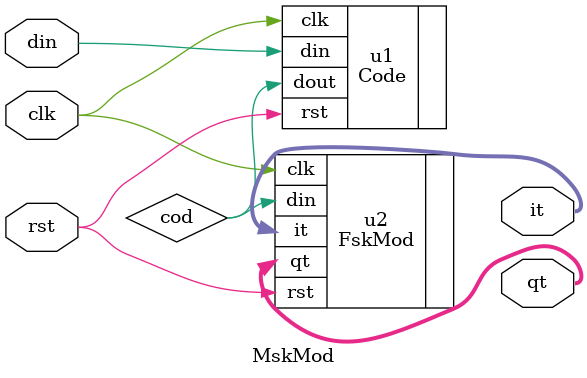
<source format=v>
module MskMod (
	rst,clk,din,
	it,qt);
	
	input    rst;              //复位信号，高电平有效
	input		clk;   				//数据采样时钟:32MHz
	input	   din;              //调制原始数据，Rb=1 MHz
	//输出的CPFSK信号：fc=6 MHz，h=0.5，f1=5.75 MHz，f2=6.25 MHz
	output signed [14:0]	it; 
	output signed [14:0]	qt; 
   
	wire cod;
	//实例化NCO核
	Code	u1 (
		.rst (rst),
		.clk (clk),
		.din (din),
		.dout (cod));

	//实例化频率调制模块核
	FskMod	u2 (
		.rst (rst),
		.clk (clk),
		.din (cod),
		.it (it),
		.qt (qt));

		
endmodule

</source>
